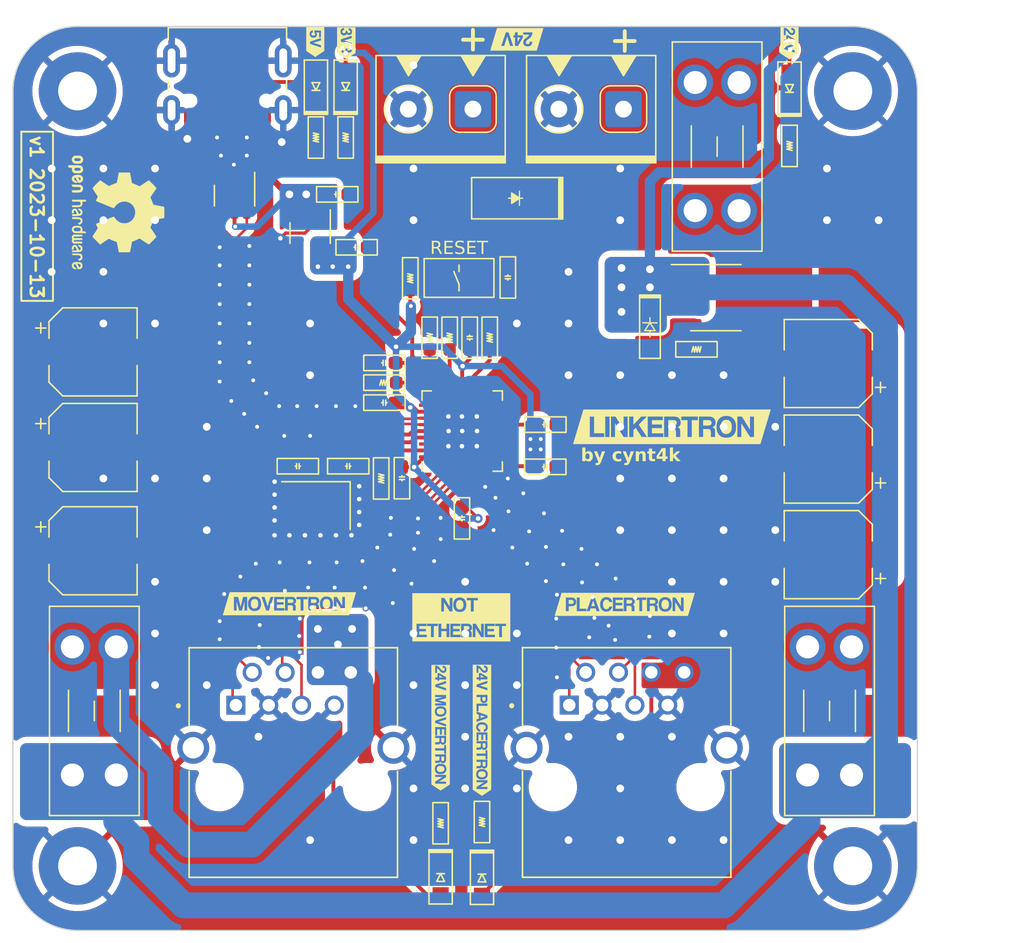
<source format=kicad_pcb>
(kicad_pcb (version 20221018) (generator pcbnew)

  (general
    (thickness 1.6)
  )

  (paper "A4")
  (title_block
    (title "Linkertron")
    (date "2023-10-13")
    (rev "v1")
    (company "cynt4k")
  )

  (layers
    (0 "F.Cu" signal)
    (31 "B.Cu" signal)
    (32 "B.Adhes" user "B.Adhesive")
    (33 "F.Adhes" user "F.Adhesive")
    (34 "B.Paste" user)
    (35 "F.Paste" user)
    (36 "B.SilkS" user "B.Silkscreen")
    (37 "F.SilkS" user "F.Silkscreen")
    (38 "B.Mask" user)
    (39 "F.Mask" user)
    (40 "Dwgs.User" user "User.Drawings")
    (41 "Cmts.User" user "User.Comments")
    (42 "Eco1.User" user "User.Eco1")
    (43 "Eco2.User" user "User.Eco2")
    (44 "Edge.Cuts" user)
    (45 "Margin" user)
    (46 "B.CrtYd" user "B.Courtyard")
    (47 "F.CrtYd" user "F.Courtyard")
    (48 "B.Fab" user)
    (49 "F.Fab" user)
    (50 "User.1" user)
    (51 "User.2" user)
    (52 "User.3" user)
    (53 "User.4" user)
    (54 "User.5" user)
    (55 "User.6" user)
    (56 "User.7" user)
    (57 "User.8" user)
    (58 "User.9" user)
  )

  (setup
    (stackup
      (layer "F.SilkS" (type "Top Silk Screen"))
      (layer "F.Paste" (type "Top Solder Paste"))
      (layer "F.Mask" (type "Top Solder Mask") (thickness 0.01))
      (layer "F.Cu" (type "copper") (thickness 0.035))
      (layer "dielectric 1" (type "core") (thickness 1.51) (material "FR4") (epsilon_r 4.5) (loss_tangent 0.02))
      (layer "B.Cu" (type "copper") (thickness 0.035))
      (layer "B.Mask" (type "Bottom Solder Mask") (thickness 0.01))
      (layer "B.Paste" (type "Bottom Solder Paste"))
      (layer "B.SilkS" (type "Bottom Silk Screen"))
      (copper_finish "None")
      (dielectric_constraints no)
    )
    (pad_to_mask_clearance 0)
    (pcbplotparams
      (layerselection 0x00010fc_ffffffff)
      (plot_on_all_layers_selection 0x0000000_00000000)
      (disableapertmacros false)
      (usegerberextensions false)
      (usegerberattributes true)
      (usegerberadvancedattributes true)
      (creategerberjobfile true)
      (dashed_line_dash_ratio 12.000000)
      (dashed_line_gap_ratio 3.000000)
      (svgprecision 4)
      (plotframeref false)
      (viasonmask false)
      (mode 1)
      (useauxorigin false)
      (hpglpennumber 1)
      (hpglpenspeed 20)
      (hpglpendiameter 15.000000)
      (dxfpolygonmode true)
      (dxfimperialunits true)
      (dxfusepcbnewfont true)
      (psnegative false)
      (psa4output false)
      (plotreference true)
      (plotvalue true)
      (plotinvisibletext false)
      (sketchpadsonfab false)
      (subtractmaskfromsilk false)
      (outputformat 1)
      (mirror false)
      (drillshape 0)
      (scaleselection 1)
      (outputdirectory "/tmp/droid/linkertron")
    )
  )

  (net 0 "")
  (net 1 "/Power/PLACERTRON_24V")
  (net 2 "GND")
  (net 3 "/Power/MOVERTRON_24V")
  (net 4 "+5V")
  (net 5 "+3V3")
  (net 6 "Net-(U302-XTALIN{slash}CLKIN)")
  (net 7 "Net-(U302-XTALOUT)")
  (net 8 "/Power/DCIN")
  (net 9 "Net-(D202-K)")
  (net 10 "Net-(D203-K)")
  (net 11 "+24V")
  (net 12 "/Power/gate")
  (net 13 "Net-(D205-K)")
  (net 14 "Net-(D206-K)")
  (net 15 "Net-(D301-K)")
  (net 16 "/Power/post fuse")
  (net 17 "unconnected-(J301-CC1-PadA5)")
  (net 18 "/USB Controller/USB_D+")
  (net 19 "/USB Controller/USB_D-")
  (net 20 "unconnected-(J301-SBU1-PadA8)")
  (net 21 "unconnected-(J301-CC2-PadB5)")
  (net 22 "unconnected-(J301-SBU2-PadB8)")
  (net 23 "/Movertron/CAM_D+")
  (net 24 "/Movertron/CAM_D-")
  (net 25 "/Movertron/BRAIN_D+")
  (net 26 "/Movertron/BRAIN_D-")
  (net 27 "/Placertron/CAM_D+")
  (net 28 "/Placertron/CAM_D-")
  (net 29 "/Placertron/BRAIN_D+")
  (net 30 "/Placertron/BRAIN_D-")
  (net 31 "Net-(U302-SCL{slash}SMBCLK{slash}CFG_SEL0)")
  (net 32 "Net-(U302-SDA{slash}SMBDATA{slash}NON_REM1)")
  (net 33 "Net-(U302-SUSP_IND{slash}LOCAL_PWR{slash}NON_REM0)")
  (net 34 "Net-(U302-RBIAS)")
  (net 35 "Net-(U302-HS_IND{slash}CFG_SEL1)")
  (net 36 "unconnected-(U201-NC-Pad4)")
  (net 37 "unconnected-(U302-TEST-Pad11)")
  (net 38 "unconnected-(U302-PRTPWR1{slash}BC_EN1-Pad12)")
  (net 39 "unconnected-(U302-CRFILT-Pad14)")
  (net 40 "unconnected-(U302-PRTPWR2{slash}BC_EN2-Pad16)")
  (net 41 "unconnected-(U302-PRTPWR3{slash}BC_EN3-Pad18)")
  (net 42 "unconnected-(U302-PRTPWR4{slash}BC_EN4-Pad20)")
  (net 43 "unconnected-(U302-OCS_N1-Pad13)")
  (net 44 "unconnected-(U302-PLLFILT-Pad34)")
  (net 45 "unconnected-(U302-OCS_N2-Pad17)")
  (net 46 "unconnected-(U302-OCS_N3-Pad19)")
  (net 47 "unconnected-(U302-OCS_N4-Pad21)")
  (net 48 "Net-(SW301A-A)")

  (footprint "MountingHole:MountingHole_3mm_Pad" (layer "F.Cu") (at 173 150))

  (footprint "Droid:R_0603_HandSolder" (layer "F.Cu") (at 138.75 104.5 90))

  (footprint "Fiducial:Fiducial_0.75mm_Mask2.25mm" (layer "F.Cu") (at 120.4 105))

  (footprint "kibuzzard-6528EA52" (layer "F.Cu") (at 168.1 86.3 -90))

  (footprint "Droid:LED_0805_LiteOn" (layer "F.Cu") (at 144.3 150.9875 -90))

  (footprint "Droid:C_0603_HandSolder" (layer "F.Cu") (at 136.75 111.05 180))

  (footprint "Droid:Connector_RJ45_SS-7188S-A-PG4-BA-50" (layer "F.Cu") (at 129.7 143.905))

  (footprint "kibuzzard-6528EBBC" (layer "F.Cu") (at 147 86 180))

  (footprint "Droid:R_0603_HandSolder" (layer "F.Cu") (at 140.25 109.1 90))

  (footprint "Droid:R_0603_HandSolder" (layer "F.Cu") (at 144.3 146.6 90))

  (footprint "Droid:C_0603_HandSolder" (layer "F.Cu") (at 149.2075 115.83))

  (footprint "MountingHole:MountingHole_3mm_Pad" (layer "F.Cu") (at 173 90))

  (footprint "Droid:C_0603_HandSolder" (layer "F.Cu") (at 136.75 114.13 180))

  (footprint "Droid:R_0603_HandSolder" (layer "F.Cu") (at 168.1 94.25 -90))

  (footprint "kibuzzard-6528E19A" (layer "F.Cu") (at 129.4 129.7))

  (footprint "Droid:Tactile_Switch_4.2mm" (layer "F.Cu") (at 142.525 104.475))

  (footprint "Droid:R_0603_HandSolder" (layer "F.Cu") (at 141.8 109.1 90))

  (footprint "Capacitor_SMD:CP_Elec_6.3x9.9" (layer "F.Cu") (at 114.2 110.2))

  (footprint "Droid:LED_0805_LiteOn" (layer "F.Cu") (at 133.75 89.6 90))

  (footprint "Droid:R_0603_HandSolder" (layer "F.Cu") (at 131.45 93.6 -90))

  (footprint "Droid:C_0603_HandSolder" (layer "F.Cu") (at 138.1075 119.98 -90))

  (footprint "Capacitor_SMD:CP_Elec_6.3x9.9" (layer "F.Cu") (at 114.2 117.6))

  (footprint "Fiducial:Fiducial_0.75mm_Mask2.25mm" (layer "F.Cu") (at 174.6 97))

  (footprint "Droid:TerminalBlock_PhoenixContact_2x5mm" (layer "F.Cu") (at 152.75 91.4 180))

  (footprint "Droid:C_0603_HandSolder" (layer "F.Cu") (at 146.3 104.4375 -90))

  (footprint "Package_DFN_QFN:QFN-36-1EP_6x6mm_P0.5mm_EP3.7x3.7mm" (layer "F.Cu") (at 142.77 116.33 90))

  (footprint "Fiducial:Fiducial_0.75mm_Mask2.25mm" (layer "F.Cu") (at 168.2 152.6))

  (footprint "Droid:LED_0805_LiteOn" (layer "F.Cu") (at 168.1 89.75 90))

  (footprint "Fuse:Fuseholder_Blade_Mini_Keystone_3568" (layer "F.Cu") (at 169.5 142.96 90))

  (footprint "Droid:C_0603_HandSolder" (layer "F.Cu") (at 149.2 119.1))

  (footprint "Fuse:Fuseholder_Blade_Mini_Keystone_3568" (layer "F.Cu") (at 112.6 142.96 90))

  (footprint "Fuse:Fuseholder_Blade_Mini_Keystone_3568" (layer "F.Cu") (at 164.2 89.34 -90))

  (footprint "MountingHole:MountingHole_3mm_Pad" (layer "F.Cu") (at 113 150))

  (footprint "Droid:R_0603_HandSolder" (layer "F.Cu") (at 160.9 110))

  (footprint "Package_TO_SOT_SMD:SOT-23-5" (layer "F.Cu") (at 131 101 -90))

  (footprint "Droid:C_0603_HandSolder" (layer "F.Cu") (at 130.05 119.05 180))

  (footprint "Droid:LED_0805_LiteOn" (layer "F.Cu") (at 131.45 89.6 90))

  (footprint "Droid:R_0603_HandSolder" (layer "F.Cu") (at 136.5 120 -90))

  (footprint "kibuzzard-6528EA0E" (layer "F.Cu") (at 131.4 86.2 -90))

  (footprint "Droid:Connector_RJ45_SS-7188S-A-PG4-BA-50" (layer "F.Cu") (at 155.5 143.9))

  (footprint "kibuzzard-6528EA9D" (layer "F.Cu") (at 141.1 139.3 -90))

  (footprint "kibuzzard-6528EAB4" (layer "F.Cu") (at 144.3 139.5 -90))

  (footprint "kibuzzard-6528EA37" (layer "F.Cu")
    (tstamp 83efe96f-2d7c-45e1-bb63-2a5b17fb1f34)
    (at 133.8 86.3 -90)
    (descr "Generated with KiBuzzard")
    (tags "kb_params=eyJBbGlnbm1lbnRDaG9pY2UiOiAiTGVmdCIsICJDYXBMZWZ0Q2hvaWNlIjogIlsiLCAiQ2FwUmlnaHRDaG9pY2UiOiAiPiIsICJGb250Q29tYm9Cb3giOiAiY29vbHZldGljYS1yZyIsICJIZWlnaHRDdHJsIjogIjAuOCIsICJMYXllckNvbWJvQm94IjogIkYuU2lsa1MiLCAiTXVsdGlMaW5lVGV4dCI6ICIzVjMiLCAiUGFkZGluZ0JvdHRvbUN0cmwiOiAiNSIsICJQYWRkaW5nTGVmdEN0cmwiOiAiMSIsICJQYWRkaW5nUmlnaHRDdHJsIjogIjAiLCAiUGFkZGluZ1RvcEN0cmwiOiAiNSIsICJXaWR0aEN0cmwiOiAiIn0=")
    (attr board_only exclude_from_pos_files exclude_from_bom)
    (fp_text reference "kibuzzard-6528EA37" (at 0 -3.762798 -90) (layer "F.SilkS") hide
        (effects (font (size 0 0) (thickness 0.15)))
      (tstamp 37fc4b97-78ac-4b76-8ee8-a46475a86bfc)
    )
    (fp_text value "G***" (at 0 3.762798 -90) (layer "F.SilkS") hide
        (effects (font (size 0 0) (thickness 0.15)))
      (tstamp 6cef60d9-7328-4d11-bbbe-6b3b2506ca1b)
    )
    (fp_poly
      (pts
        (xy -1.179601 -0.714798)
        (xy -1.232517 -0.714798)
        (xy -1.232517 0.714798)
        (xy -1.179601 0.714798)
        (xy -0.902741 0.714798)
        (xy -0.902741 0.450215)
        (xy -0.983527 0.442031)
        (xy -1.051472 0.417477)
        (xy -1.106576 0.376555)
        (xy -1.147145 0.321239)
        (xy -1.171487 0.253506)
        (xy -1.179601 0.173355)
        (xy -1.020851 0.173355)
        (xy -1.006881 0.251672)
        (xy -0.964971 0.298662)
        (xy -0.895121 0.314325)
        (xy -0.808126 0.27686)
        (xy -0.782884 0.232569)
        (xy -0.774471 0.174625)
        (xy -0.784948 0.112077)
        (xy -0.816381 0.071755)
        (xy -0.873848 0.049847)
        (xy -0.962431 0.042545)
        (xy -0.962431 -0.073025)
        (xy -0.879881 -0.080804)
        (xy -0.827811 -0.10414)
        (xy -0.790981 -0.188595)
        (xy -0.803116 -0.260562)
        (xy -0.839523 -0.303742)
        (xy -0.900201 -0.318135)
        (xy -0.980846 -0.281305)
        (xy -1.004182 -0.23749)
        (xy -1.011961 -0.179705)
        (xy -1.165631 -0.179705)
        (xy -1.157235 -0.255058)
        (xy -1.132046 -0.320252)
        (xy -1.090066 -0.375285)
        (xy -1.03468 -0.416913)
        (xy -0.969275 -0.441889)
        (xy -0.893851 -0.450215)
        (xy -0.792092 -0.434023)
        (xy -0.707796 -0.385445)
        (xy -0.651122 -0.311785)
        (xy -0
... [810883 chars truncated]
</source>
